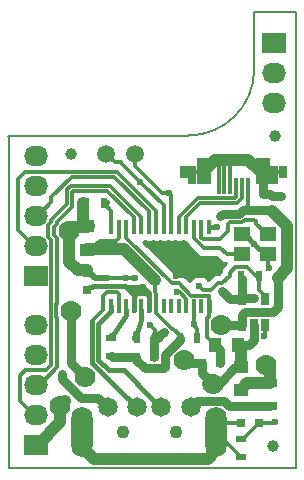
<source format=gtl>
%TF.GenerationSoftware,KiCad,Pcbnew,4.0.7*%
%TF.CreationDate,2018-03-06T15:17:41+00:00*%
%TF.ProjectId,a5v11-mod-01,61357631312D6D6F642D30312E6B6963,rev?*%
%TF.FileFunction,Copper,L1,Top,Signal*%
%FSLAX46Y46*%
G04 Gerber Fmt 4.6, Leading zero omitted, Abs format (unit mm)*
G04 Created by KiCad (PCBNEW 4.0.7) date Tuesday, 06 March 2018 'PMt' 15:17:41*
%MOMM*%
%LPD*%
G01*
G04 APERTURE LIST*
%ADD10C,0.100000*%
%ADD11C,0.150000*%
%ADD12C,1.000000*%
%ADD13R,0.750000X0.800000*%
%ADD14R,2.032000X1.727200*%
%ADD15O,2.032000X1.727200*%
%ADD16R,0.500000X0.900000*%
%ADD17R,0.900000X0.500000*%
%ADD18R,0.650000X1.060000*%
%ADD19R,0.300000X1.400000*%
%ADD20R,1.250000X2.300000*%
%ADD21R,0.700000X1.600000*%
%ADD22R,0.700000X1.100000*%
%ADD23C,1.650000*%
%ADD24C,1.100000*%
%ADD25O,1.800000X4.300000*%
%ADD26R,0.304800X1.143000*%
%ADD27R,1.250000X1.000000*%
%ADD28R,1.000000X1.250000*%
%ADD29R,0.800000X0.750000*%
%ADD30R,1.300000X0.700000*%
%ADD31C,1.500000*%
%ADD32R,1.400000X1.200000*%
%ADD33C,0.600000*%
%ADD34C,1.778000*%
%ADD35C,0.762000*%
%ADD36C,1.016000*%
%ADD37C,0.304800*%
%ADD38C,0.381000*%
%ADD39C,0.508000*%
%ADD40C,0.254000*%
G04 APERTURE END LIST*
D10*
D11*
X15240000Y28194000D02*
G75*
G03X20828000Y33782000I0J5588000D01*
G01*
X90600Y71400D02*
X90600Y28121400D01*
X24390600Y71400D02*
X90600Y71400D01*
X24390600Y38621400D02*
X24390600Y71400D01*
X20790600Y38621400D02*
X24390600Y38621400D01*
X20828000Y33782000D02*
X20790600Y38621400D01*
X0Y28194000D02*
X15240000Y28194000D01*
D12*
X22590600Y28121400D03*
D13*
X6693598Y15088732D03*
X6693598Y16588732D03*
D12*
X5300600Y26661400D03*
D14*
X22550600Y35991400D03*
D15*
X22550600Y33451400D03*
X22550600Y30911400D03*
D16*
X19740600Y16271400D03*
X21240600Y16271400D03*
X6578598Y22442732D03*
X8078598Y22442732D03*
D17*
X8725598Y9564232D03*
X8725598Y11064232D03*
D16*
X12396598Y11076232D03*
X10896598Y11076232D03*
X14516098Y11076232D03*
X16016098Y11076232D03*
D18*
X19840600Y12171400D03*
X20790600Y12171400D03*
X21740600Y12171400D03*
X21740600Y14371400D03*
X19840600Y14371400D03*
D19*
X20314600Y23921400D03*
X19814600Y23921400D03*
X19314600Y23921400D03*
X18814600Y23921400D03*
X18314600Y23921400D03*
X17814600Y23921400D03*
D20*
X16564600Y25171400D03*
D21*
X15589600Y24821400D03*
D22*
X14889600Y25071400D03*
D20*
X21564600Y25171400D03*
D21*
X22539600Y24821400D03*
D22*
X23239600Y25071400D03*
D14*
X2340600Y16311400D03*
D15*
X2340600Y18851400D03*
X2340600Y21391400D03*
X2340600Y23931400D03*
X2340600Y26471400D03*
D14*
X2340600Y2021400D03*
D15*
X2340600Y4561400D03*
X2340600Y7101400D03*
X2340600Y9641400D03*
X2340600Y12181400D03*
D23*
X12940600Y5171400D03*
X15440600Y5171400D03*
X10940600Y5171400D03*
X8440600Y5171400D03*
D24*
X14190600Y3071400D03*
X9690600Y3071400D03*
D25*
X6240600Y3071400D03*
X17640600Y3071400D03*
D26*
X16980598Y20410732D03*
X16345598Y20410732D03*
X15710598Y20410732D03*
X15075598Y20410732D03*
X14440598Y20410732D03*
X13805598Y20410732D03*
X13170598Y20410732D03*
X12535598Y20410732D03*
X11900598Y20410732D03*
X11265598Y20410732D03*
X10630598Y20410732D03*
X9995598Y20410732D03*
X9360598Y20410732D03*
X8725598Y20410732D03*
X8725598Y13743232D03*
X9360598Y13743232D03*
X9995598Y13743232D03*
X10630598Y13743232D03*
X11265598Y13743232D03*
X11900598Y13743232D03*
X12535598Y13743232D03*
X13170598Y13743232D03*
X13805598Y13743232D03*
X14440598Y13743232D03*
X15075598Y13743232D03*
X15710598Y13743232D03*
X16345598Y13743232D03*
X16980598Y13743232D03*
D12*
X22440600Y1871400D03*
D27*
X19700600Y6611400D03*
X19700600Y8611400D03*
X6693598Y18521732D03*
X6693598Y20521732D03*
D28*
X17500600Y10461400D03*
X19500600Y10461400D03*
D29*
X17900600Y8961400D03*
X16400600Y8961400D03*
D30*
X22140600Y5311400D03*
X22140600Y7211400D03*
D29*
X12350600Y9411400D03*
X10850600Y9411400D03*
D31*
X10700600Y26661400D03*
X8300600Y26661400D03*
D29*
X21200600Y3861400D03*
X19700600Y3861400D03*
D17*
X19700600Y2511400D03*
X19700600Y1011400D03*
D32*
X19786600Y18137400D03*
X21986600Y18137400D03*
X21986600Y19837400D03*
X19786600Y19837400D03*
D33*
X23114000Y23114000D03*
X22352000Y23114000D03*
X22352000Y23114000D03*
X21564600Y23259400D03*
X20294600Y26162000D03*
X19532600Y26162000D03*
X22098000Y17018000D03*
X20828000Y19050000D03*
X17689268Y20410732D03*
X18542000Y26162000D03*
X14190600Y16271400D03*
X22590600Y3971400D03*
D34*
X14857431Y9205973D03*
D33*
X13189929Y11572071D03*
D34*
X17345771Y7177221D03*
D33*
X11994880Y12130332D03*
X4590600Y8021400D03*
D34*
X5169645Y20090912D03*
D33*
X8340600Y16121400D03*
X9990600Y16103857D03*
X10740600Y16103857D03*
D34*
X21859752Y8752248D03*
D33*
X20790600Y14471400D03*
X11456098Y15330732D03*
X18090600Y15034400D03*
X13649207Y23307461D03*
X11203747Y24242261D03*
X14299276Y14916590D03*
X16193266Y15424066D03*
X21650600Y11211400D03*
X15710598Y12261400D03*
D34*
X18034000Y12192000D03*
D33*
X17942600Y21361400D03*
X18770600Y21590000D03*
X19558000Y21590000D03*
D34*
X6540600Y7721400D03*
X5286286Y13365714D03*
X4372600Y5273340D03*
D35*
X23114000Y23114000D02*
X22352000Y23114000D01*
X21564600Y23259400D02*
X22206600Y23259400D01*
X22206600Y23259400D02*
X22352000Y23114000D01*
X21590000Y23234000D02*
X21564600Y23259400D01*
X21564600Y25171400D02*
X21564600Y23259400D01*
D36*
X18262600Y26162000D02*
X18770600Y26162000D01*
X18770600Y26162000D02*
X20294600Y26162000D01*
D37*
X18814600Y23921400D02*
X18814600Y26118000D01*
X18814600Y26118000D02*
X18770600Y26162000D01*
D36*
X17526000Y26162000D02*
X18262600Y26162000D01*
D37*
X18314600Y23921400D02*
X18314600Y26110000D01*
X18314600Y26110000D02*
X18262600Y26162000D01*
X17814600Y23921400D02*
X17814600Y25873400D01*
X17814600Y25873400D02*
X17526000Y26162000D01*
D36*
X21564600Y25171400D02*
X21285200Y25171400D01*
X21285200Y25171400D02*
X20294600Y26162000D01*
X16564600Y25200600D02*
X17526000Y26162000D01*
X16564600Y25171400D02*
X16564600Y25200600D01*
D37*
X14889600Y25071400D02*
X15339600Y25071400D01*
X15339600Y25071400D02*
X15589600Y24821400D01*
X23239600Y25071400D02*
X22789600Y25071400D01*
X22789600Y25071400D02*
X22539600Y24821400D01*
X21986600Y18137400D02*
X21986600Y17129400D01*
X21986600Y17129400D02*
X22098000Y17018000D01*
X16564600Y25171400D02*
X16564600Y25454600D01*
X14889600Y25071400D02*
X16464600Y25071400D01*
X16464600Y25071400D02*
X16564600Y25171400D01*
X23239600Y25071400D02*
X21664600Y25071400D01*
X21664600Y25071400D02*
X21564600Y25171400D01*
D38*
X14190600Y16271400D02*
X14190600Y16695664D01*
X14190600Y16695664D02*
X14122264Y16764000D01*
X20828000Y19050000D02*
X21740600Y18137400D01*
X21740600Y18137400D02*
X21986600Y18137400D01*
X19786600Y19837400D02*
X20040600Y19837400D01*
X20040600Y19837400D02*
X20828000Y19050000D01*
X16980598Y20410732D02*
X17689268Y20410732D01*
D37*
X18385600Y26005600D02*
X18542000Y26162000D01*
X16740600Y16271400D02*
X17190600Y16721400D01*
X17190600Y16721400D02*
X17940600Y16721400D01*
X14190600Y16271400D02*
X16740600Y16271400D01*
X9990600Y16103857D02*
X10740600Y16103857D01*
X8340600Y16121400D02*
X9973057Y16121400D01*
X9973057Y16121400D02*
X9990600Y16103857D01*
X22480600Y3861400D02*
X22590600Y3971400D01*
X21200600Y3861400D02*
X22480600Y3861400D01*
X19700600Y2511400D02*
X19850600Y2511400D01*
X19850600Y2511400D02*
X21200600Y3861400D01*
D35*
X15102004Y8961400D02*
X14857431Y9205973D01*
X16400600Y8961400D02*
X15102004Y8961400D01*
X12350600Y9411400D02*
X12350600Y11030234D01*
X12350600Y11030234D02*
X12396598Y11076232D01*
X16400600Y8961400D02*
X16400600Y8122392D01*
X16400600Y8122392D02*
X17345771Y7177221D01*
D36*
X17345771Y7177221D02*
X16887647Y7177221D01*
D35*
X12889930Y11272072D02*
X13189929Y11572071D01*
X12396598Y11076232D02*
X12694090Y11076232D01*
X12694090Y11076232D02*
X12889930Y11272072D01*
X17952168Y7271400D02*
X17439950Y7271400D01*
X17439950Y7271400D02*
X17345771Y7177221D01*
X19700600Y8561360D02*
X19242128Y8561360D01*
X19242128Y8561360D02*
X17952168Y7271400D01*
X19450560Y10461400D02*
X20372600Y10461400D01*
X20372600Y10461400D02*
X20790600Y10879400D01*
X20790600Y10879400D02*
X20790600Y12171400D01*
D36*
X19700600Y8561360D02*
X19700600Y10211360D01*
X19700600Y10211360D02*
X19450560Y10461400D01*
D37*
X12396598Y11076232D02*
X12396598Y11728614D01*
X12396598Y11728614D02*
X11994880Y12130332D01*
D35*
X4590600Y7597136D02*
X4590600Y8021400D01*
X7615601Y5996399D02*
X6191337Y5996399D01*
X6191337Y5996399D02*
X4590600Y7597136D01*
X8440600Y5171400D02*
X7615601Y5996399D01*
D36*
X6693598Y16788692D02*
X5889686Y16788692D01*
X5169645Y17508733D02*
X5169645Y20090912D01*
X5889686Y16788692D02*
X5169645Y17508733D01*
X6693598Y20471692D02*
X5550425Y20471692D01*
X5550425Y20471692D02*
X5169645Y20090912D01*
D39*
X8340600Y16121400D02*
X7360890Y16121400D01*
X7360890Y16121400D02*
X6693598Y16788692D01*
D36*
X6378638Y22442732D02*
X6378638Y20786652D01*
X6378638Y20786652D02*
X6693598Y20471692D01*
X6820598Y20537732D02*
X6693598Y20471692D01*
D37*
X12535598Y11137192D02*
X12596558Y11076232D01*
D36*
X12270431Y16110113D02*
X12403015Y15977529D01*
X9808772Y18571772D02*
X12270431Y16110113D01*
X6693598Y18571772D02*
X9808772Y18571772D01*
D35*
X10850600Y9411400D02*
X8878430Y9411400D01*
X8878430Y9411400D02*
X8725598Y9564232D01*
X13145722Y8471400D02*
X11555478Y8471400D01*
X11555478Y8471400D02*
X10850600Y9176278D01*
X10850600Y9176278D02*
X10850600Y9411400D01*
X14516098Y10876232D02*
X13284001Y9644135D01*
X14516098Y11076232D02*
X14516098Y10876232D01*
X13284001Y9644135D02*
X13284001Y8609679D01*
X13284001Y8609679D02*
X13145722Y8471400D01*
D37*
X13900848Y11831032D02*
X13961298Y11831032D01*
X12535598Y13743232D02*
X12535598Y13196282D01*
X12535598Y13196282D02*
X13900848Y11831032D01*
X13961298Y11831032D02*
X14516098Y11276232D01*
X14516098Y11276232D02*
X14516098Y11076232D01*
X6693598Y18571772D02*
X7040972Y18571772D01*
X7040972Y18571772D02*
X7740600Y19271400D01*
X7740600Y19271400D02*
X9097566Y19271400D01*
X9097566Y19271400D02*
X9360598Y19534432D01*
X9360598Y19534432D02*
X9360598Y20410732D01*
X12535598Y16110113D02*
X12403015Y15977529D01*
X12403015Y15977529D02*
X12535598Y13743232D01*
D38*
X6693598Y18505732D02*
X6566598Y18632732D01*
X6566598Y18632732D02*
X6693598Y18571772D01*
D37*
X16840199Y11171841D02*
X17550640Y10461400D01*
X16840199Y12726533D02*
X16840199Y11171841D01*
X16980598Y12866932D02*
X16840199Y12726533D01*
X16980598Y13743232D02*
X16980598Y12866932D01*
X13863431Y15666599D02*
X14436366Y15666599D01*
X9995598Y19534432D02*
X9995598Y20410732D01*
X13863431Y15666599D02*
X9995598Y19534432D01*
X15483432Y14619533D02*
X14436366Y15666599D01*
X16980597Y14619533D02*
X15483432Y14619533D01*
X16980598Y13743232D02*
X16980597Y14619533D01*
D35*
X17900600Y8961400D02*
X17900600Y10061400D01*
X17900600Y10061400D02*
X17500600Y10461400D01*
D38*
X16980598Y13743232D02*
X16980598Y13362232D01*
X16980598Y14187732D02*
X16980598Y13298732D01*
X16980598Y13298732D02*
X16980598Y13425732D01*
X7160577Y15416711D02*
X7074598Y15330732D01*
X9909619Y15416711D02*
X7160577Y15416711D01*
X9995598Y15330732D02*
X9909619Y15416711D01*
D37*
X7074598Y15330732D02*
X6935598Y15330732D01*
X6935598Y15330732D02*
X6693598Y15088732D01*
D36*
X22140600Y7211360D02*
X20250520Y7211360D01*
X20250520Y7211360D02*
X19700600Y6661440D01*
X22140600Y7211360D02*
X22140600Y8471400D01*
X22140600Y8471400D02*
X21859752Y8752248D01*
D35*
X20790600Y14471400D02*
X19940600Y14471400D01*
X19940600Y14471400D02*
X19840600Y14371400D01*
X19840600Y14371400D02*
X19840600Y16071400D01*
X19840600Y14371400D02*
X18753600Y14371400D01*
X18753600Y14371400D02*
X18090600Y15034400D01*
D38*
X11900598Y13425732D02*
X11900598Y14187732D01*
X11900598Y14187732D02*
X11900598Y14568732D01*
X10630598Y15140232D02*
X11519598Y15140232D01*
X11519598Y15140232D02*
X11519598Y15267232D01*
X11646598Y14822732D02*
X11900598Y14568732D01*
X10630598Y14695732D02*
X9995598Y15330732D01*
X10630598Y14378232D02*
X10630598Y15140232D01*
X10630598Y15140232D02*
X10630598Y15330732D01*
X11456098Y15330732D02*
X10630598Y15330732D01*
X10630598Y15330732D02*
X9995598Y15330732D01*
X11900598Y14568732D02*
X11900598Y14886232D01*
X11900598Y14886232D02*
X11519598Y15267232D01*
X11519598Y15267232D02*
X11456098Y15330732D01*
X10630598Y14632232D02*
X10821098Y14822732D01*
X10821098Y14822732D02*
X11646598Y14822732D01*
X10630598Y13743232D02*
X10630598Y14632232D01*
X10630598Y13743232D02*
X10630598Y14695732D01*
X10630598Y13425732D02*
X10630598Y14187732D01*
X10630598Y13425732D02*
X10630598Y14378232D01*
X10630598Y14378232D02*
X10630598Y14314732D01*
D37*
X19814600Y22876165D02*
X19814600Y22916600D01*
X19397823Y22459388D02*
X19814600Y22876165D01*
X16259546Y22459388D02*
X19397823Y22459388D01*
X15075598Y21275440D02*
X16259546Y22459388D01*
X19814600Y22916600D02*
X19814600Y23921400D01*
X15075598Y20410732D02*
X15075598Y21275440D01*
X15075598Y20410732D02*
X15075598Y20963212D01*
X14440598Y20410732D02*
X14440598Y21287032D01*
X14440598Y21287032D02*
X16070165Y22916599D01*
X16070165Y22916599D02*
X19208441Y22916599D01*
X19208441Y22916599D02*
X19314600Y23022758D01*
X19314600Y23022758D02*
X19314600Y23921400D01*
X14440598Y20974805D02*
X14440598Y20410732D01*
X13649207Y23307461D02*
X12993879Y23307461D01*
X12993879Y23307461D02*
X10700600Y25600740D01*
X10700600Y25600740D02*
X10700600Y26661400D01*
X13649207Y23307461D02*
X13055897Y23307461D01*
X13805598Y23151070D02*
X13649207Y23307461D01*
X13805598Y20410732D02*
X13805598Y23151070D01*
X8300600Y26661400D02*
X9050599Y25911401D01*
X9050599Y25911401D02*
X9534607Y25911401D01*
X9534607Y25911401D02*
X9650599Y25795409D01*
X9650599Y25795409D02*
X11203747Y24242261D01*
X11503746Y23942262D02*
X11203747Y24242261D01*
X13170598Y22275410D02*
X11503746Y23942262D01*
X13170598Y20410732D02*
X13170598Y22275410D01*
X12535598Y20410732D02*
X12535598Y21779810D01*
X2188200Y18851400D02*
X2340600Y18851400D01*
X12535598Y21779810D02*
X9186799Y25128609D01*
X9186799Y25128609D02*
X1447810Y25128610D01*
X1447810Y25128610D02*
X840600Y24521400D01*
X840600Y24521400D02*
X840600Y20199000D01*
X840600Y20199000D02*
X2188200Y18851400D01*
X2493000Y21391400D02*
X2340600Y21391400D01*
X3661400Y22559800D02*
X2493000Y21391400D01*
X3661400Y22965587D02*
X3661400Y22559800D01*
X5367212Y24671399D02*
X3661400Y22965587D01*
X8997416Y24671399D02*
X5367212Y24671399D01*
X11900598Y20410732D02*
X11900598Y21768217D01*
X11900598Y21768217D02*
X8997416Y24671399D01*
X5000600Y23658198D02*
X4967656Y23625255D01*
X11265598Y20410732D02*
X11265598Y21287032D01*
X11265598Y21287032D02*
X8591231Y23961399D01*
X8591231Y23961399D02*
X5303800Y23961398D01*
X5303800Y23961398D02*
X5000600Y23658198D01*
X3389587Y20635607D02*
X3389587Y19607193D01*
X990600Y5759000D02*
X2188200Y4561400D01*
X3389587Y19607193D02*
X3661410Y19335370D01*
X3661410Y20907429D02*
X3389587Y20635607D01*
X3635274Y14128121D02*
X3635274Y12603307D01*
X1440600Y8321400D02*
X990600Y7871400D01*
X3661410Y21055631D02*
X3661410Y20907429D01*
X4967656Y23625255D02*
X4967656Y22361877D01*
X4967656Y22361877D02*
X3661410Y21055631D01*
X3661410Y19335370D02*
X3661410Y14154257D01*
X3661410Y8742210D02*
X3240600Y8321400D01*
X3661410Y14154257D02*
X3635274Y14128121D01*
X3635274Y12603307D02*
X3661410Y12577171D01*
X990600Y7871400D02*
X990600Y5759000D01*
X3661410Y12577171D02*
X3661410Y8742210D01*
X3240600Y8321400D02*
X1440600Y8321400D01*
X2188200Y4561400D02*
X2340600Y4561400D01*
X8401849Y23504189D02*
X10630598Y21275440D01*
X4147809Y8582017D02*
X4147809Y12737365D01*
X4147809Y12737365D02*
X4092485Y12792689D01*
X4092485Y12792689D02*
X4092485Y13938739D01*
X4092485Y13938739D02*
X4118621Y13964875D01*
X5424867Y23435873D02*
X5493183Y23504189D01*
X5493183Y23504189D02*
X8401849Y23504189D01*
X5424867Y22172495D02*
X5424867Y23435873D01*
X4118621Y20866249D02*
X5424867Y22172495D01*
X10630598Y21275440D02*
X10630598Y20410732D01*
X3846798Y19796575D02*
X3846798Y20446225D01*
X4118621Y13964875D02*
X4118621Y19524753D01*
X4118621Y19524753D02*
X3846798Y19796575D01*
X2667192Y7101400D02*
X4147809Y8582017D01*
X3846798Y20446225D02*
X4118621Y20718047D01*
X4118621Y20718047D02*
X4118621Y20866249D01*
X2340600Y7101400D02*
X2667192Y7101400D01*
D38*
X8725598Y13324132D02*
X7633398Y12231931D01*
X7633398Y12231931D02*
X7633398Y9206175D01*
X7633398Y9206175D02*
X8518173Y8321400D01*
X8518173Y8321400D02*
X9790600Y8321400D01*
X9790600Y8321400D02*
X12115601Y5996399D01*
X12115601Y5996399D02*
X12940600Y5171400D01*
X8725598Y13743232D02*
X8725598Y13324132D01*
X8725598Y13425732D02*
X8725598Y13298732D01*
D37*
X9360598Y13743232D02*
X9360598Y14619532D01*
X8340601Y14921401D02*
X8040600Y14621400D01*
X9360598Y14619532D02*
X9390600Y14649534D01*
X9390600Y14649534D02*
X9390600Y14771400D01*
X9390600Y14771400D02*
X9240599Y14921401D01*
X8040600Y13393489D02*
X7099987Y12452876D01*
X9240599Y14921401D02*
X8340601Y14921401D01*
X8040600Y14621400D02*
X8040600Y13393489D01*
D38*
X7099987Y8953302D02*
X7099987Y12452876D01*
X10056890Y5996399D02*
X7099987Y8953302D01*
X10115601Y5996399D02*
X10056890Y5996399D01*
X10940600Y5171400D02*
X10115601Y5996399D01*
D35*
X20629300Y5311440D02*
X22140600Y5311440D01*
X18692208Y5311440D02*
X20629300Y5311440D01*
X16024010Y5754810D02*
X18248838Y5754810D01*
X18248838Y5754810D02*
X18692208Y5311440D01*
X15440600Y5171400D02*
X16024010Y5754810D01*
D37*
X19842071Y20904190D02*
X18746598Y20904190D01*
X18746598Y20904190D02*
X18584608Y20742200D01*
X20981800Y20928200D02*
X20828000Y21082000D01*
X20019881Y21082000D02*
X19842071Y20904190D01*
X20828000Y21082000D02*
X20019881Y21082000D01*
X20981800Y20742200D02*
X20981800Y20928200D01*
X17897400Y19421400D02*
X18584608Y20108608D01*
X18584608Y20108608D02*
X18584608Y20742200D01*
X16470222Y19421400D02*
X17897400Y19421400D01*
X21986600Y19837400D02*
X21886600Y19837400D01*
X21886600Y19837400D02*
X20981800Y20742200D01*
X16345598Y19546024D02*
X16470222Y19421400D01*
X16345598Y20410732D02*
X16345598Y19546024D01*
X17955800Y18671400D02*
X18489800Y18137400D01*
X18489800Y18137400D02*
X19786600Y18137400D01*
X17955800Y18671400D02*
X16573630Y18671400D01*
X16573630Y18671400D02*
X15710598Y19534432D01*
X15710598Y19534432D02*
X15710598Y20410732D01*
X16493265Y15124067D02*
X16193266Y15424066D01*
X17210387Y15124067D02*
X16493265Y15124067D01*
X17806528Y15720208D02*
X17210387Y15124067D01*
X15075598Y13743232D02*
X15075598Y14380774D01*
X15075598Y14380774D02*
X14539782Y14916590D01*
X14539782Y14916590D02*
X14299276Y14916590D01*
X18139408Y15720208D02*
X18760482Y16341282D01*
X18760482Y16341282D02*
X18760482Y16571400D01*
X17757720Y15671400D02*
X17806528Y15720208D01*
X17806528Y15720208D02*
X18139408Y15720208D01*
X20255679Y17026201D02*
X19215283Y17026201D01*
X19215283Y17026201D02*
X18760482Y16571400D01*
X21240600Y16271400D02*
X21010480Y16271400D01*
X21010480Y16271400D02*
X20255679Y17026201D01*
X21240600Y15076400D02*
X21240600Y16271400D01*
X21740600Y14371400D02*
X21740600Y14576400D01*
X21740600Y14576400D02*
X21240600Y15076400D01*
X21740600Y12171400D02*
X21740600Y11301400D01*
X21740600Y11301400D02*
X21650600Y11211400D01*
X21767017Y12042099D02*
X21767017Y11793793D01*
X21740600Y12068516D02*
X21767017Y12042099D01*
X21740600Y12171400D02*
X21740600Y12068516D01*
X15710598Y12261400D02*
X15710598Y12981232D01*
X15710598Y12136532D02*
X15710598Y12261400D01*
X16016098Y11076232D02*
X16016098Y11831032D01*
X15710598Y12981232D02*
X15710598Y13743232D01*
X16016098Y11831032D02*
X15710598Y12136532D01*
X20314600Y23921400D02*
X20314600Y22346600D01*
X20314600Y22346600D02*
X19558000Y21590000D01*
D35*
X18034000Y12192000D02*
X19820000Y12192000D01*
X19820000Y12192000D02*
X19840600Y12171400D01*
X18770600Y21590000D02*
X18171200Y21590000D01*
X18171200Y21590000D02*
X17942600Y21361400D01*
X19558000Y21590000D02*
X18770600Y21590000D01*
X19558000Y21590000D02*
X19857999Y21889999D01*
X19857999Y21889999D02*
X22293236Y21889999D01*
X22293236Y21889999D02*
X22339235Y21844000D01*
D36*
X23622000Y20561235D02*
X23622000Y16952564D01*
X23622000Y16952564D02*
X22824001Y16154565D01*
X22339235Y21844000D02*
X23622000Y20561235D01*
D35*
X5286286Y13365714D02*
X5286286Y8975714D01*
X5286286Y8975714D02*
X6540600Y7721400D01*
X19790600Y12221400D02*
X19840600Y12171400D01*
X22824001Y13639679D02*
X22824001Y16154565D01*
X22455722Y13271400D02*
X22824001Y13639679D01*
X19840600Y13036522D02*
X20075478Y13271400D01*
X19840600Y12171400D02*
X19840600Y13036522D01*
X20075478Y13271400D02*
X22455722Y13271400D01*
D36*
X4372600Y5273340D02*
X4849834Y5750574D01*
X4372600Y3901000D02*
X4372600Y5273340D01*
X2493000Y2021400D02*
X4372600Y3901000D01*
X2340600Y2021400D02*
X2493000Y2021400D01*
D38*
X11265598Y13425732D02*
X11265598Y12536732D01*
X11265598Y12536732D02*
X10884598Y11457232D01*
X10884598Y11457232D02*
X10757598Y11457232D01*
X10757598Y11457232D02*
X10696638Y11076232D01*
X9995598Y13425732D02*
X9995598Y12981232D01*
X9995598Y12981232D02*
X8852598Y11266732D01*
X8852598Y11266732D02*
X8725598Y11264192D01*
D37*
X8725598Y20410732D02*
X8725598Y21795732D01*
X8725598Y21795732D02*
X8078598Y22442732D01*
D38*
X8344598Y22569732D02*
X8278558Y22442732D01*
D37*
X17640600Y3071400D02*
X19700600Y1011400D01*
X19700600Y3861400D02*
X18430600Y3861400D01*
X18430600Y3861400D02*
X17640600Y3071400D01*
D36*
X17640600Y3071400D02*
X17640600Y1571400D01*
X17640600Y1571400D02*
X16890600Y821400D01*
X16890600Y821400D02*
X7240600Y821400D01*
X7240600Y821400D02*
X6240600Y1821400D01*
X6240600Y1821400D02*
X6240600Y3071400D01*
D40*
G36*
X14923198Y19191792D02*
X15010741Y19191792D01*
X15153822Y18977656D01*
X16016854Y18114624D01*
X16272305Y17943937D01*
X16573630Y17884000D01*
X17629648Y17884000D01*
X17933024Y17580624D01*
X18188475Y17409937D01*
X18436193Y17360663D01*
X18203706Y17128176D01*
X18033019Y16872725D01*
X17996927Y16691279D01*
X17813256Y16507608D01*
X17806528Y16507608D01*
X17505203Y16447671D01*
X17249752Y16276984D01*
X16956106Y15983338D01*
X16723593Y16216258D01*
X16380065Y16358904D01*
X16008099Y16359228D01*
X15664323Y16217183D01*
X15401074Y15954393D01*
X15360305Y15856212D01*
X14993142Y16223375D01*
X14737691Y16394062D01*
X14436366Y16453999D01*
X14189583Y16453999D01*
X11446439Y19197143D01*
X11589159Y19223998D01*
X11748198Y19191792D01*
X12052998Y19191792D01*
X12224159Y19223998D01*
X12383198Y19191792D01*
X12687998Y19191792D01*
X12859159Y19223998D01*
X13018198Y19191792D01*
X13322998Y19191792D01*
X13494159Y19223998D01*
X13653198Y19191792D01*
X13957998Y19191792D01*
X14129159Y19223998D01*
X14288198Y19191792D01*
X14592998Y19191792D01*
X14764159Y19223998D01*
X14923198Y19191792D01*
X14923198Y19191792D01*
G37*
X14923198Y19191792D02*
X15010741Y19191792D01*
X15153822Y18977656D01*
X16016854Y18114624D01*
X16272305Y17943937D01*
X16573630Y17884000D01*
X17629648Y17884000D01*
X17933024Y17580624D01*
X18188475Y17409937D01*
X18436193Y17360663D01*
X18203706Y17128176D01*
X18033019Y16872725D01*
X17996927Y16691279D01*
X17813256Y16507608D01*
X17806528Y16507608D01*
X17505203Y16447671D01*
X17249752Y16276984D01*
X16956106Y15983338D01*
X16723593Y16216258D01*
X16380065Y16358904D01*
X16008099Y16359228D01*
X15664323Y16217183D01*
X15401074Y15954393D01*
X15360305Y15856212D01*
X14993142Y16223375D01*
X14737691Y16394062D01*
X14436366Y16453999D01*
X14189583Y16453999D01*
X11446439Y19197143D01*
X11589159Y19223998D01*
X11748198Y19191792D01*
X12052998Y19191792D01*
X12224159Y19223998D01*
X12383198Y19191792D01*
X12687998Y19191792D01*
X12859159Y19223998D01*
X13018198Y19191792D01*
X13322998Y19191792D01*
X13494159Y19223998D01*
X13653198Y19191792D01*
X13957998Y19191792D01*
X14129159Y19223998D01*
X14288198Y19191792D01*
X14592998Y19191792D01*
X14764159Y19223998D01*
X14923198Y19191792D01*
G36*
X19913600Y19690400D02*
X19659600Y19690400D01*
X19659600Y19710400D01*
X19639600Y19710400D01*
X19639600Y19964400D01*
X19659600Y19964400D01*
X19659600Y19984400D01*
X19913600Y19984400D01*
X19913600Y19690400D01*
X19913600Y19690400D01*
G37*
X19913600Y19690400D02*
X19659600Y19690400D01*
X19659600Y19710400D01*
X19639600Y19710400D01*
X19639600Y19964400D01*
X19659600Y19964400D01*
X19659600Y19984400D01*
X19913600Y19984400D01*
X19913600Y19690400D01*
M02*

</source>
